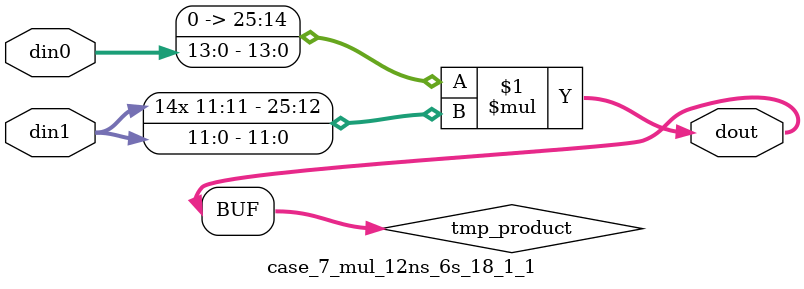
<source format=v>

`timescale 1 ns / 1 ps

 (* use_dsp = "no" *)  module case_7_mul_12ns_6s_18_1_1(din0, din1, dout);
parameter ID = 1;
parameter NUM_STAGE = 0;
parameter din0_WIDTH = 14;
parameter din1_WIDTH = 12;
parameter dout_WIDTH = 26;

input [din0_WIDTH - 1 : 0] din0; 
input [din1_WIDTH - 1 : 0] din1; 
output [dout_WIDTH - 1 : 0] dout;

wire signed [dout_WIDTH - 1 : 0] tmp_product;

























assign tmp_product = $signed({1'b0, din0}) * $signed(din1);










assign dout = tmp_product;





















endmodule

</source>
